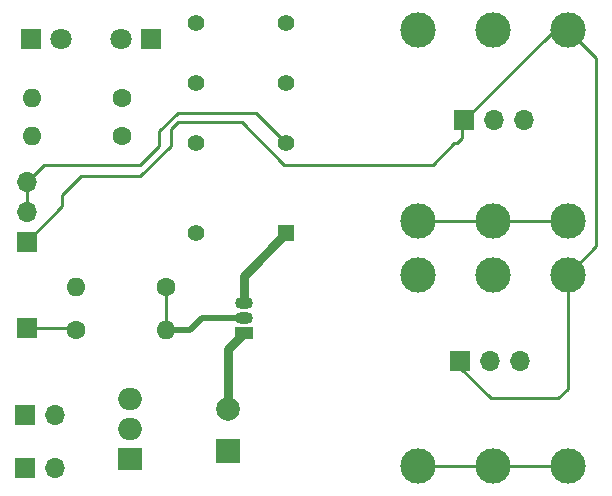
<source format=gbr>
%TF.GenerationSoftware,KiCad,Pcbnew,7.0.9*%
%TF.CreationDate,2024-06-08T14:41:26-04:00*%
%TF.ProjectId,IO,494f2e6b-6963-4616-945f-706362585858,rev?*%
%TF.SameCoordinates,Original*%
%TF.FileFunction,Copper,L1,Top*%
%TF.FilePolarity,Positive*%
%FSLAX46Y46*%
G04 Gerber Fmt 4.6, Leading zero omitted, Abs format (unit mm)*
G04 Created by KiCad (PCBNEW 7.0.9) date 2024-06-08 14:41:26*
%MOMM*%
%LPD*%
G01*
G04 APERTURE LIST*
%TA.AperFunction,ComponentPad*%
%ADD10R,1.700000X1.700000*%
%TD*%
%TA.AperFunction,ComponentPad*%
%ADD11O,1.700000X1.700000*%
%TD*%
%TA.AperFunction,ComponentPad*%
%ADD12O,1.600000X1.600000*%
%TD*%
%TA.AperFunction,ComponentPad*%
%ADD13C,1.600000*%
%TD*%
%TA.AperFunction,ComponentPad*%
%ADD14C,3.000000*%
%TD*%
%TA.AperFunction,ComponentPad*%
%ADD15R,1.500000X1.050000*%
%TD*%
%TA.AperFunction,ComponentPad*%
%ADD16O,1.500000X1.050000*%
%TD*%
%TA.AperFunction,ComponentPad*%
%ADD17C,1.800000*%
%TD*%
%TA.AperFunction,ComponentPad*%
%ADD18R,1.800000X1.800000*%
%TD*%
%TA.AperFunction,ComponentPad*%
%ADD19R,1.400000X1.400000*%
%TD*%
%TA.AperFunction,ComponentPad*%
%ADD20C,1.400000*%
%TD*%
%TA.AperFunction,ComponentPad*%
%ADD21R,2.000000X2.000000*%
%TD*%
%TA.AperFunction,ComponentPad*%
%ADD22C,2.000000*%
%TD*%
%TA.AperFunction,ComponentPad*%
%ADD23R,2.000000X1.905000*%
%TD*%
%TA.AperFunction,ComponentPad*%
%ADD24O,2.000000X1.905000*%
%TD*%
%TA.AperFunction,Conductor*%
%ADD25C,0.750000*%
%TD*%
%TA.AperFunction,Conductor*%
%ADD26C,0.500000*%
%TD*%
%TA.AperFunction,Conductor*%
%ADD27C,0.250000*%
%TD*%
G04 APERTURE END LIST*
D10*
%TO.P,Out3,1,Pin_1*%
%TO.N,/Signal_Gnd*%
X173400000Y-88000000D03*
D11*
%TO.P,Out3,2,Pin_2*%
%TO.N,Net-(Out3-Pin_2)*%
X175940000Y-88000000D03*
%TO.P,Out3,3,Pin_3*%
%TO.N,Net-(Out3-Pin_3)*%
X178480000Y-88000000D03*
%TD*%
D10*
%TO.P,Out2,1,Pin_1*%
%TO.N,/Signal_Gnd*%
X173060000Y-108400000D03*
D11*
%TO.P,Out2,2,Pin_2*%
%TO.N,/A*%
X175600000Y-108400000D03*
%TO.P,Out2,3,Pin_3*%
%TO.N,Net-(Out2-Pin_3)*%
X178140000Y-108400000D03*
%TD*%
D12*
%TO.P,RLed2,2*%
%TO.N,Net-(D2-A)*%
X136790000Y-89400000D03*
D13*
%TO.P,RLed2,1*%
%TO.N,Net-(Left/Mono1-Pad11)*%
X144410000Y-89400000D03*
%TD*%
D12*
%TO.P,RLed1,2*%
%TO.N,Net-(LEDB1-A)*%
X136790000Y-86200000D03*
D13*
%TO.P,RLed1,1*%
%TO.N,Net-(Left/Mono1-Pad9)*%
X144410000Y-86200000D03*
%TD*%
%TO.P,RPD1,1*%
%TO.N,Net-(QL1-G)*%
X148210000Y-102200000D03*
D12*
%TO.P,RPD1,2*%
%TO.N,/Ctrl_GND*%
X140590000Y-102200000D03*
%TD*%
D13*
%TO.P,RGate1,1*%
%TO.N,/Control*%
X140590000Y-105800000D03*
D12*
%TO.P,RGate1,2*%
%TO.N,Net-(QL1-G)*%
X148210000Y-105800000D03*
%TD*%
D14*
%TO.P,B1,R*%
%TO.N,Net-(Out3-Pin_3)*%
X175825000Y-80385000D03*
%TO.P,B1,RN*%
%TO.N,Net-(B1-PadRN)*%
X175825000Y-96615000D03*
%TO.P,B1,S*%
%TO.N,/Signal_Gnd*%
X182175000Y-80385000D03*
%TO.P,B1,SN*%
%TO.N,Net-(B1-PadRN)*%
X182175000Y-96615000D03*
%TO.P,B1,T*%
%TO.N,Net-(Out3-Pin_2)*%
X169475000Y-80385000D03*
%TO.P,B1,TN*%
%TO.N,Net-(B1-PadRN)*%
X169475000Y-96615000D03*
%TD*%
D15*
%TO.P,QL1,1,S*%
%TO.N,/Ctrl_GND*%
X154760000Y-106070000D03*
D16*
%TO.P,QL1,2,G*%
%TO.N,Net-(QL1-G)*%
X154760000Y-104800000D03*
%TO.P,QL1,3,D*%
%TO.N,Net-(QL1-D)*%
X154760000Y-103530000D03*
%TD*%
D17*
%TO.P,LEDB1,2,A*%
%TO.N,Net-(LEDB1-A)*%
X139265000Y-81200000D03*
D18*
%TO.P,LEDB1,1,K*%
%TO.N,/Ctrl_GND*%
X136725000Y-81200000D03*
%TD*%
D10*
%TO.P,J3,1,Pin_1*%
%TO.N,/9V*%
X136200000Y-113000000D03*
D11*
%TO.P,J3,2,Pin_2*%
%TO.N,/Ctrl_GND*%
X138740000Y-113000000D03*
%TD*%
D14*
%TO.P,A1,R*%
%TO.N,Net-(Out2-Pin_3)*%
X175825000Y-101135000D03*
%TO.P,A1,RN*%
%TO.N,Net-(A1-PadRN)*%
X175825000Y-117365000D03*
%TO.P,A1,S*%
%TO.N,/Signal_Gnd*%
X182175000Y-101135000D03*
%TO.P,A1,SN*%
%TO.N,Net-(A1-PadRN)*%
X182175000Y-117365000D03*
%TO.P,A1,T*%
%TO.N,/A*%
X169475000Y-101135000D03*
%TO.P,A1,TN*%
%TO.N,Net-(A1-PadRN)*%
X169475000Y-117365000D03*
%TD*%
D19*
%TO.P,Left/Mono1,1*%
%TO.N,Net-(QL1-D)*%
X158362500Y-97607500D03*
D20*
%TO.P,Left/Mono1,4*%
%TO.N,/L_out*%
X158362500Y-89987500D03*
%TO.P,Left/Mono1,6*%
%TO.N,/A*%
X158362500Y-84907500D03*
%TO.P,Left/Mono1,8*%
%TO.N,/B*%
X158362500Y-79827500D03*
%TO.P,Left/Mono1,9*%
%TO.N,Net-(Left/Mono1-Pad9)*%
X150742500Y-79827500D03*
%TO.P,Left/Mono1,11*%
%TO.N,Net-(Left/Mono1-Pad11)*%
X150742500Y-84907500D03*
%TO.P,Left/Mono1,13*%
%TO.N,/5V*%
X150742500Y-89987500D03*
%TO.P,Left/Mono1,16*%
X150742500Y-97607500D03*
%TD*%
D21*
%TO.P,C1,1*%
%TO.N,/9V*%
X153400000Y-116017677D03*
D22*
%TO.P,C1,2*%
%TO.N,/Ctrl_GND*%
X153400000Y-112517677D03*
%TD*%
D23*
%TO.P,U1,1,IN*%
%TO.N,/9V*%
X145145000Y-116740000D03*
D24*
%TO.P,U1,2,GND*%
%TO.N,/Ctrl_GND*%
X145145000Y-114200000D03*
%TO.P,U1,3,OUT*%
%TO.N,/5V*%
X145145000Y-111660000D03*
%TD*%
D10*
%TO.P,J1,1,Pin_1*%
%TO.N,/Control*%
X136400000Y-105600000D03*
%TD*%
D18*
%TO.P,D2,1,K*%
%TO.N,/Ctrl_GND*%
X146875000Y-81200000D03*
D17*
%TO.P,D2,2,A*%
%TO.N,Net-(D2-A)*%
X144335000Y-81200000D03*
%TD*%
D10*
%TO.P,J2,1,Pin_1*%
%TO.N,/9V*%
X136200000Y-117500000D03*
D11*
%TO.P,J2,2,Pin_2*%
%TO.N,/Ctrl_GND*%
X138740000Y-117500000D03*
%TD*%
D10*
%TO.P,Out1,1,Pin_1*%
%TO.N,/Signal_Gnd*%
X136400000Y-98325000D03*
D11*
%TO.P,Out1,2,Pin_2*%
%TO.N,/L_out*%
X136400000Y-95785000D03*
%TO.P,Out1,3,Pin_3*%
X136400000Y-93245000D03*
%TD*%
D25*
%TO.N,Net-(QL1-D)*%
X154760000Y-103530000D02*
X154760000Y-101210000D01*
X154760000Y-101210000D02*
X158362500Y-97607500D01*
D26*
%TO.N,Net-(QL1-G)*%
X150200000Y-105800000D02*
X151200000Y-104800000D01*
X151200000Y-104800000D02*
X154760000Y-104800000D01*
X148210000Y-105800000D02*
X150200000Y-105800000D01*
D25*
%TO.N,/Ctrl_GND*%
X153400000Y-107430000D02*
X154760000Y-106070000D01*
X153400000Y-112517677D02*
X153400000Y-107430000D01*
D27*
%TO.N,Net-(QL1-G)*%
X148210000Y-102200000D02*
X148210000Y-102400000D01*
X148210000Y-102200000D02*
X148210000Y-105800000D01*
%TO.N,/Control*%
X140390000Y-105600000D02*
X140590000Y-105800000D01*
X136400000Y-105600000D02*
X140390000Y-105600000D01*
%TO.N,/Signal_Gnd*%
X181400000Y-111600000D02*
X175645000Y-111600000D01*
X182175000Y-110825000D02*
X181400000Y-111600000D01*
X182175000Y-101135000D02*
X182175000Y-110825000D01*
X175645000Y-111600000D02*
X173045000Y-109000000D01*
X181075000Y-80385000D02*
X182175000Y-80385000D01*
X173260000Y-88200000D02*
X181075000Y-80385000D01*
X173260000Y-89540000D02*
X173260000Y-88200000D01*
X172800000Y-90000000D02*
X173260000Y-89540000D01*
X172560000Y-90000000D02*
X172800000Y-90000000D01*
X170760000Y-91800000D02*
X172560000Y-90000000D01*
%TO.N,Net-(A1-PadRN)*%
X175825000Y-117365000D02*
X182175000Y-117365000D01*
X169475000Y-117365000D02*
X175825000Y-117365000D01*
%TO.N,Net-(B1-PadRN)*%
X182175000Y-96615000D02*
X175825000Y-96615000D01*
X169475000Y-96615000D02*
X175825000Y-96615000D01*
%TO.N,/Signal_Gnd*%
X184600000Y-98710000D02*
X182175000Y-101135000D01*
X184600000Y-82810000D02*
X184600000Y-98710000D01*
X182175000Y-80385000D02*
X184600000Y-82810000D01*
X158200000Y-91800000D02*
X170760000Y-91800000D01*
X154600000Y-88200000D02*
X158200000Y-91800000D01*
X149200000Y-88200000D02*
X154600000Y-88200000D01*
X148600000Y-88800000D02*
X149200000Y-88200000D01*
X148600000Y-90200000D02*
X148600000Y-88800000D01*
X146000000Y-92800000D02*
X148600000Y-90200000D01*
X141000000Y-92800000D02*
X146000000Y-92800000D01*
X139400000Y-94400000D02*
X141000000Y-92800000D01*
X139400000Y-95325000D02*
X139400000Y-94400000D01*
X136400000Y-98325000D02*
X139400000Y-95325000D01*
%TO.N,/L_out*%
X147600000Y-89000000D02*
X149200000Y-87400000D01*
X146000000Y-91800000D02*
X147600000Y-90200000D01*
X137845000Y-91800000D02*
X146000000Y-91800000D01*
X147600000Y-90200000D02*
X147600000Y-89000000D01*
X149200000Y-87400000D02*
X155775000Y-87400000D01*
X155775000Y-87400000D02*
X158362500Y-89987500D01*
X136400000Y-93245000D02*
X137845000Y-91800000D01*
X136400000Y-95785000D02*
X136400000Y-93245000D01*
%TD*%
M02*

</source>
